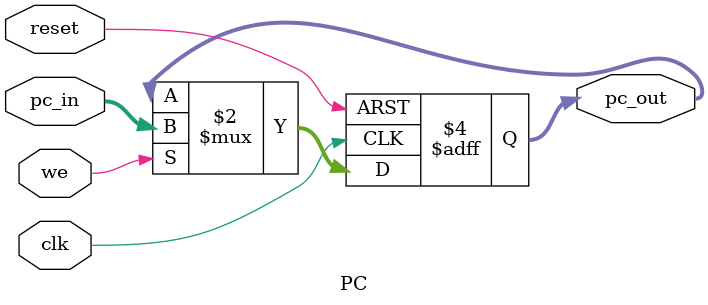
<source format=v>
module PC (
    input wire clk,
    input wire we,
    input wire[31:0] pc_in,
    input wire reset,

    output reg[31:0] pc_out
);
    
    always @(posedge clk or posedge reset) begin
        if (reset) begin
            pc_out <= 32'h00400000;
        end
        else if (we) begin
            pc_out <= pc_in;
        end
    end
endmodule
</source>
